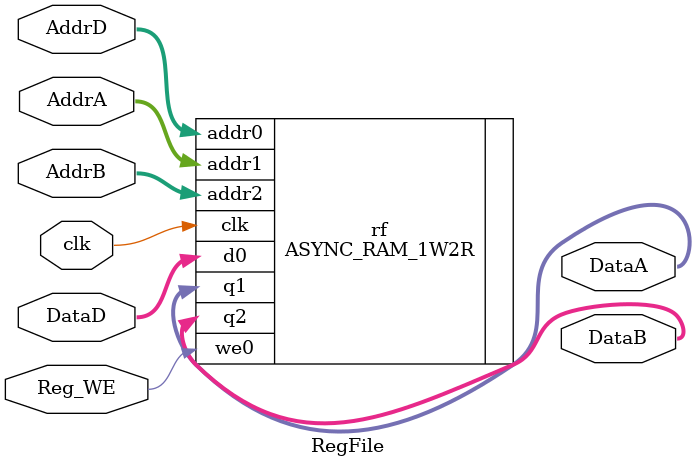
<source format=v>
module RegFile(clk,Reg_WE,DataA,DataB,DataD,AddrA,AddrB,AddrD);
    input clk;
    input Reg_WE;
    input [31:0] DataD;
    input [4:0] AddrA;
    input [4:0]  AddrB;
    input [4:0]  AddrD;
    output [31:0] DataA;
    output [31:0] DataB;

    ASYNC_RAM_1W2R #(.DWIDTH(32),.AWIDTH(5),.DEPTH(32)) rf   (.d0(DataD),
                                                              .addr0(AddrD),
                                                              .we0(Reg_WE),
                                                              .q1(DataA),
                                                              .addr1(AddrA),
                                                              .q2(DataB),
                                                              .addr2(AddrB),
                                                              .clk(clk));
    //reading from register0 always returns 0.
    
endmodule

</source>
